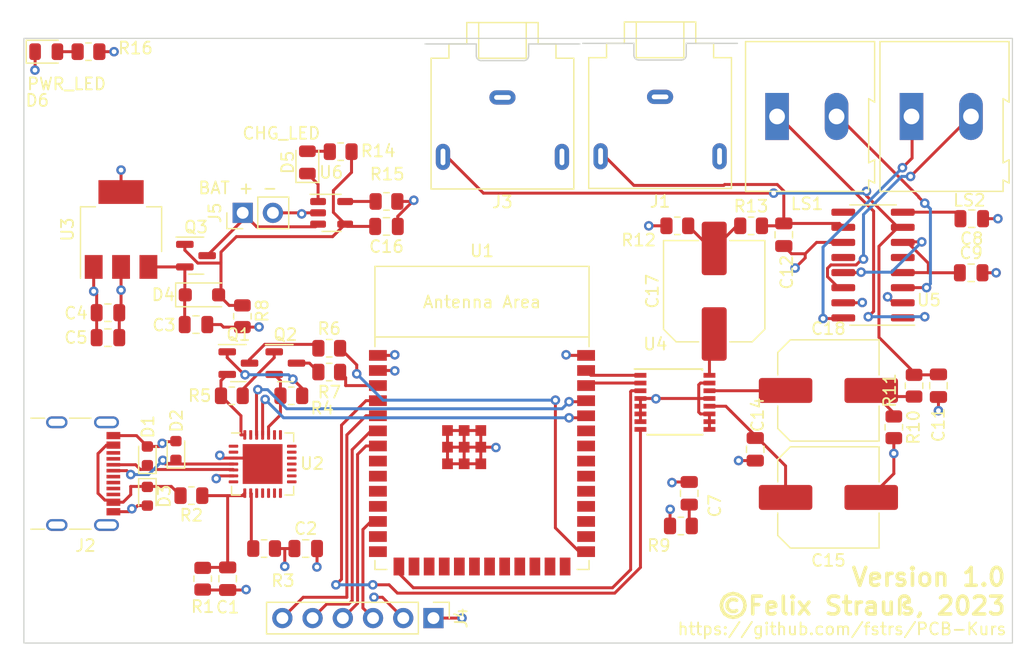
<source format=kicad_pcb>
(kicad_pcb (version 20221018) (generator pcbnew)
  (layers (0 "F.Cu" signal) (1 "In1.Cu" signal) (2 "In2.Cu" signal) (31 "B.Cu" signal) (34 "B.Paste" user) (35 "F.Paste" user) (36 "B.SilkS" user "B.Silkscreen") (37 "F.SilkS" user "F.Silkscreen") (38 "B.Mask" user) (39 "F.Mask" user) (44 "Edge.Cuts" user))
  (net 0 "")
  (net 1 "GND")
  (net 2 "Net-(U2-VBUS)")
  (net 3 "+3.3V")
  (net 4 "Net-(D4-K)")
  (net 5 "Net-(U5-VREF)")
  (net 6 "Net-(U5-VDD)")
  (net 7 "Net-(U5-INL)")
  (net 8 "Net-(U5-INR)")
  (net 9 "Net-(U4-Vref(DAC))")
  (net 10 "VBUS")
  (net 11 "Net-(U4-VOUTR)")
  (net 12 "Net-(C17-Pad2)")
  (net 13 "Net-(U4-VOUTL)")
  (net 14 "Net-(C18-Pad2)")
  (net 15 "Net-(D1-A1)")
  (net 16 "Net-(D2-A1)")
  (net 17 "Net-(D3-A1)")
  (net 18 "Net-(D5-K)")
  (net 19 "Net-(D5-A)")
  (net 20 "Net-(D6-A)")
  (net 21 "Net-(Q1-B)")
  (net 22 "Net-(Q1-E)")
  (net 23 "Net-(Q1-C)")
  (net 24 "Net-(Q2-B)")
  (net 25 "Net-(Q2-E)")
  (net 26 "Net-(Q2-C)")
  (net 27 "+BATT")
  (net 28 "Net-(U2-~{RST})")
  (net 29 "/GPIO0")
  (net 30 "/EN")
  (net 31 "Net-(U6-PROG)")
  (net 32 "Net-(U1-GPIO4{slash}TOUCH4{slash}ADC1_CH3)")
  (net 33 "Net-(J4-Pin_6)")
  (net 34 "Net-(J4-Pin_5)")
  (net 35 "Net-(J4-Pin_4)")
  (net 40 "Net-(J4-Pin_3)")
  (net 43 "Net-(U1-GPIO3{slash}TOUCH3{slash}ADC1_CH2)")
  (net 63 "/rxd")
  (net 64 "/txd")
  (net 65 "Net-(U1-GPIO2{slash}TOUCH2{slash}ADC1_CH1)")
  (net 66 "Net-(U1-GPIO1{slash}TOUCH1{slash}ADC1_CH0)")
  (net 84 "Net-(U5-LOUT+)")
  (net 85 "Net-(U5-LOUT-)")
  (net 89 "Net-(U5-ROUT-)")
  (net 90 "Net-(U5-ROUT+)")
  (net 91 "Net-(C7-Pad2)")
  (footprint "LED_SMD:LED_0805_2012Metric" (layer "F.Cu") (at 78.8 31.6)
    (fp_text reference "D6")
    (fp_text value "PWR_LED")
  )
  (footprint "Capacitor_SMD:C_0805_2012Metric" (layer "F.Cu") (at 138.4 65.05 -90)
    (fp_text reference "C14")
    (fp_text value "100nF")
  )
  (footprint "Diode_SMD:D_0603_1608Metric" (layer "F.Cu") (at 87.3 65.6 90)
    (fp_text reference "D1")
    (fp_text value "D_TVS" hide)
  )
  (footprint "Capacitor_SMD:C_0805_2012Metric" (layer "F.Cu") (at 83.98775 53.55775 180)
    (fp_text reference "C4")
    (fp_text value "10u")
  )
  (footprint "Resistor_SMD:R_0805_2012Metric" (layer "F.Cu") (at 132.15 71.5)
    (fp_text reference "R9")
    (fp_text value "1")
  )
  (footprint "Diode_SMD:D_0603_1608Metric" (layer "F.Cu") (at 87.3 69 -90)
    (fp_text reference "D3")
    (fp_text value "D_TVS" hide)
  )
  (footprint "Resistor_SMD:R_0805_2012Metric" (layer "F.Cu") (at 150.05 63.2 -90)
    (fp_text reference "R10")
    (fp_text value "220")
  )
  (footprint "Capacitor_SMD:C_0805_2012Metric" (layer "F.Cu") (at 153.8 59.7 -90)
    (fp_text reference "C11")
    (fp_text value "10nF")
  )
  (footprint "Capacitor_SMD:C_0805_2012Metric" (layer "F.Cu") (at 107.4 46.3)
    (fp_text reference "C16")
    (fp_text value "10µF")
  )
  (footprint "Package_TO_SOT_SMD:SOT-223-3_TabPin2" (layer "F.Cu") (at 85.08775 46.55775 90)
    (fp_text reference "U3")
    (fp_text value "NCP1117-3.3_SOT223")
  )
  (footprint "Package_TO_SOT_SMD:SOT-23" (layer "F.Cu") (at 94.95025 57.8)
    (fp_text reference "Q1")
    (fp_text value "BC817")
  )
  (footprint "Package_SO:SOP-16_3.9x9.9mm_P1.27mm" (layer "F.Cu") (at 148.3 49.55 180)
    (fp_text reference "U5")
    (fp_text value "PAM8403D")
  )
  (footprint "Connector_Audio:Jack_3.5mm_CUI_SJ1-3523N_Horizontal" (layer "F.Cu") (at 130.4 35.4 180)
    (fp_text reference "J1")
    (fp_text value "AudioJack Right")
    (fp_line (start -2.2 3.5) (end -2.2 4.5) (stroke (width 0.12)) (layer "Edge.Cuts"))
    (fp_line (start -2.2 4.5) (end -6.5 4.5) (stroke (width 0.12)) (layer "Edge.Cuts"))
    (fp_line (start 1.8 3.1) (end -1.8 3.1) (stroke (width 0.12)) (layer "Edge.Cuts"))
    (fp_line (start 2.2 3.5) (end 2.2 4.5) (stroke (width 0.12)) (layer "Edge.Cuts"))
    (fp_line (start 2.2 4.5) (end 6.5 4.5) (stroke (width 0.12)) (layer "Edge.Cuts"))
    (fp_arc (start -2.2 3.5) (mid -2.082842 3.217158) (end -1.8 3.1) (stroke (width 0.12)) (layer "Edge.Cuts"))
    (fp_arc (start 1.8 3.1) (mid 2.082843 3.217157) (end 2.2 3.5) (stroke (width 0.12)) (layer "Edge.Cuts"))
  )
  (footprint "Resistor_SMD:R_0805_2012Metric" (layer "F.Cu") (at 99.4 60.55)
    (fp_text reference "R4")
    (fp_text value "10K")
  )
  (footprint "Connector_PinHeader_2.54mm:PinHeader_1x06_P2.54mm_Vertical" (layer "F.Cu") (at 111.35 79.25 -90)
    (fp_text reference "J4")
    (fp_text value "6PIN DISPLAY CONNECTOR")
  )
  (footprint "Capacitor_SMD:C_0805_2012Metric" (layer "F.Cu") (at 91.38775 54.55775)
    (fp_text reference "C3")
    (fp_text value "10u")
  )
  (footprint "Resistor_SMD:R_0805_2012Metric" (layer "F.Cu") (at 91 68.95 180)
    (fp_text reference "R2")
    (fp_text value "22K")
  )
  (footprint "Espressif:ESP32-S3-WROOM-1" (layer "F.Cu") (at 115.43 65.41)
    (fp_text reference "U1")
    (fp_text value "ESP32-S3-WROOM-1")
  )
  (footprint "Connector_PinHeader_2.54mm:PinHeader_1x02_P2.54mm_Vertical" (layer "F.Cu") (at 95.31275 45.15775 90)
    (fp_text reference "J5")
    (fp_text value "CONN BAT")
  )
  (footprint "Diode_SMD:D_0603_1608Metric" (layer "F.Cu") (at 89.7 65.15 90)
    (fp_text reference "D2")
    (fp_text value "D_TVS")
  )
  (footprint "Resistor_SMD:R_0805_2012Metric" (layer "F.Cu") (at 131.85 46.25)
    (fp_text reference "R12")
    (fp_text value "220")
  )
  (footprint "Package_TO_SOT_SMD:SOT-23" (layer "F.Cu") (at 91.38775 48.75775)
    (fp_text reference "Q3")
    (fp_text value "BSS84")
  )
  (footprint "Capacitor_SMD:C_0805_2012Metric" (layer "F.Cu") (at 100.6125 73.4)
    (fp_text reference "C2")
    (fp_text value "10u")
  )
  (footprint "Package_DFN_QFN:QFN-28-1EP_5x5mm_P0.5mm_EP3.35x3.35mm" (layer "F.Cu") (at 96.98775 66.28775)
    (fp_text reference "U2")
    (fp_text value "CP2102N-Axx-xQFN28")
  )
  (footprint "Connector_USB:USB_C_Receptacle_GCT_USB4105-xx-A_16P_TopMnt_Horizontal" (layer "F.Cu") (at 80.76 67.1 -90)
    (fp_text reference "J2")
    (fp_text value "USB_C_Receptacle_USB2.0")
  )
  (footprint "Resistor_SMD:R_0805_2012Metric" (layer "F.Cu") (at 102.58775 56.55)
    (fp_text reference "R6")
    (fp_text value "R")
  )
  (footprint "Package_SO:SSOP-16_4.4x5.2mm_P0.65mm" (layer "F.Cu") (at 131.65 61.1)
    (fp_text reference "U4")
    (fp_text value "UDA1334ATS")
  )
  (footprint "Resistor_SMD:R_0805_2012Metric" (layer "F.Cu") (at 97.1125 73.4 180)
    (fp_text reference "R3")
    (fp_text value "1K")
  )
  (footprint "Resistor_SMD:R_0805_2012Metric" (layer "F.Cu") (at 103.55 40.0125 180)
    (fp_text reference "R14")
    (fp_text value "470")
  )
  (footprint "LED_SMD:LED_0805_2012Metric" (layer "F.Cu") (at 100.75 40.9125 90)
    (fp_text reference "D5")
    (fp_text value "LED")
  )
  (footprint "Capacitor_SMD:C_0805_2012Metric" (layer "F.Cu") (at 83.98775 55.65775 180)
    (fp_text reference "C5")
    (fp_text value "1u")
  )
  (footprint "Resistor_SMD:R_0805_2012Metric" (layer "F.Cu") (at 94.4 60.55)
    (fp_text reference "R5")
    (fp_text value "10K")
  )
  (footprint "Capacitor_SMD:C_Elec_8x10.2" (layer "F.Cu") (at 144.55 60.1)
    (fp_text reference "C18")
    (fp_text value "47µF")
  )
  (footprint "TerminalBlock:TerminalBlock_Altech_AK300-2_P5.00mm" (layer "F.Cu") (at 140.235 37.05)
    (fp_text reference "LS1")
    (fp_text value "Speaker Left")
  )
  (footprint "Capacitor_SMD:C_Elec_8x10.2" (layer "F.Cu") (at 144.55 69.1)
    (fp_text reference "C15")
    (fp_text value "47µF")
  )
  (footprint "Capacitor_SMD:C_0805_2012Metric" (layer "F.Cu") (at 94.05 75.9375 90)
    (fp_text reference "C1")
    (fp_text value "1u" hide)
  )
  (footprint "Resistor_SMD:R_0805_2012Metric" (layer "F.Cu") (at 82.35 31.6)
    (fp_text reference "R16")
    (fp_text value "10K")
  )
  (footprint "TerminalBlock:TerminalBlock_Altech_AK300-2_P5.00mm" (layer "F.Cu") (at 151.535 37.05)
    (fp_text reference "LS2")
    (fp_text value "Speaker Right")
  )
  (footprint "Resistor_SMD:R_0805_2012Metric" (layer "F.Cu") (at 95.28775 53.85775 -90)
    (fp_text reference "R8")
    (fp_text value "10K")
  )
  (footprint "Resistor_SMD:R_0805_2012Metric" (layer "F.Cu") (at 107.4 44.2)
    (fp_text reference "R15")
    (fp_text value "2K")
  )
  (footprint "Capacitor_SMD:C_0805_2012Metric" (layer "F.Cu") (at 132.85 68.75 -90)
    (fp_text reference "C7")
    (fp_text value "10µF")
  )
  (footprint "Capacitor_SMD:C_0805_2012Metric" (layer "F.Cu") (at 156.6 45.65 180)
    (fp_text reference "C8")
    (fp_text value "100nF")
  )
  (footprint "Capacitor_SMD:C_0805_2012Metric" (layer "F.Cu") (at 156.55 50.2)
    (fp_text reference "C9")
    (fp_text value "10µF")
  )
  (footprint "Package_TO_SOT_SMD:SOT-23-5" (layer "F.Cu") (at 102.78775 45.15775)
    (fp_text reference "U6")
    (fp_text value "MCP73831-3-OT")
  )
  (footprint "Diode_SMD:D_SOD-123F" (layer "F.Cu") (at 91.88775 52.05775)
    (fp_text reference "D4")
    (fp_text value "SS34FA")
  )
  (footprint "Resistor_SMD:R_0805_2012Metric" (layer "F.Cu") (at 138.05 46.25)
    (fp_text reference "R13")
    (fp_text value "100")
  )
  (footprint "Capacitor_SMD:C_0805_2012Metric" (layer "F.Cu") (at 140.8 47 90)
    (fp_text reference "C12")
    (fp_text value "10nF")
  )
  (footprint "Resistor_SMD:R_0805_2012Metric" (layer "F.Cu") (at 151.75 59.7 90)
    (fp_text reference "R11")
    (fp_text value "100")
  )
  (footprint "Resistor_SMD:R_0805_2012Metric" (layer "F.Cu") (at 91.95 75.9375 -90)
    (fp_text reference "R1")
    (fp_text value "47K")
  )
  (footprint "Capacitor_SMD:C_Elec_8x10.2" (layer "F.Cu") (at 134.95 51.75 90)
    (fp_text reference "C17")
    (fp_text value "47µF")
  )
  (footprint "Resistor_SMD:R_0805_2012Metric" (layer "F.Cu") (at 102.58775 58.55)
    (fp_text reference "R7")
    (fp_text value "R")
  )
  (footprint "Connector_Audio:Jack_3.5mm_CUI_SJ1-3523N_Horizontal" (layer "F.Cu") (at 117.15 35.45 180)
    (fp_text reference "J3")
    (fp_text value "AudioJack Left")
    (fp_line (start -2.2 3.5) (end -2.2 4.5) (stroke (width 0.12)) (layer "Edge.Cuts"))
    (fp_line (start -2.2 4.5) (end -6.5 4.5) (stroke (width 0.12)) (layer "Edge.Cuts"))
    (fp_line (start 1.8 3.1) (end -1.8 3.1) (stroke (width 0.12)) (layer "Edge.Cuts"))
    (fp_line (start 2.2 3.5) (end 2.2 4.5) (stroke (width 0.12)) (layer "Edge.Cuts"))
    (fp_line (start 2.2 4.5) (end 6.5 4.5) (stroke (width 0.12)) (layer "Edge.Cuts"))
    (fp_arc (start -2.2 3.5) (mid -2.082842 3.217158) (end -1.8 3.1) (stroke (width 0.12)) (layer "Edge.Cuts"))
    (fp_arc (start 1.8 3.1) (mid 2.082843 3.217157) (end 2.2 3.5) (stroke (width 0.12)) (layer "Edge.Cuts"))
  )
  (footprint "Package_TO_SOT_SMD:SOT-23" (layer "F.Cu") (at 98.90025 57.8)
    (fp_text reference "Q2")
    (fp_text value "BC817")
  )
  (gr_rect (start 76.92 30.48) (end 160.02 81.35) (stroke (width 0.1)) (fill none) (layer "Edge.Cuts"))
  (gr_text "BAT + -" (at 91.5 43.65) (layer "F.SilkS") (effects (font (size 1 1)) (justify left bottom)))
  (gr_text "Version 1.0\n©Felix Strauß, 2023" (at 159.6 79.1) (layer "F.SilkS") (effects (font (size 1.5 1.5) (thickness 0.3) bold) (justify right bottom)))
  (gr_text "PWR_LED" (at 77.1 34.9) (layer "F.SilkS") (effects (font (size 1 1)) (justify left bottom)))
  (gr_text "CHG_LED" (at 95.2 39.05) (layer "F.SilkS") (effects (font (size 1 1)) (justify left bottom)))
  (gr_text "https://github.com/fstrs/PCB-Kurs" (at 159.6 80.75) (layer "F.SilkS") (effects (font (size 1 1)) (justify right bottom)))
  (segment (start 77.8625 33.1375) (end 77.85 33.15) (width 0.25) (layer "F.Cu") (net 1))
  (segment (start 134.55 62.075) (end 133.8 62.075) (width 0.25) (layer "F.Cu") (net 1))
  (segment (start 153.8 60.65) (end 153.8 61.8) (width 0.25) (layer "F.Cu") (net 1))
  (segment (start 113.93 64.87) (end 113.93 63.47) (width 0.25) (layer "F.Cu") (net 1))
  (segment (start 132.85 67.8) (end 131.45 67.8) (width 0.25) (layer "F.Cu") (net 1))
  (segment (start 84.44 70.3) (end 85.75 70.3) (width 0.25) (layer "F.Cu") (net 1))
  (segment (start 112.53 64.87) (end 113.93 64.87) (width 0.25) (layer "F.Cu") (net 1))
  (segment (start 85.75 70.3) (end 86 70.05) (width 0.25) (layer "F.Cu") (net 1))
  (segment (start 134.55 63.375) (end 134.55 62.725) (width 0.25) (layer "F.Cu") (net 1))
  (segment (start 122.55 57.15) (end 122.5 57.1) (width 0.25) (layer "F.Cu") (net 1))
  (segment (start 100.28775 45.15775) (end 100.28775 45.233152) (width 0.25) (layer "F.Cu") (net 1))
  (segment (start 83.03775 55.65775) (end 83.03775 53.55775) (width 0.25) (layer "F.Cu") (net 1))
  (segment (start 109.6 44.2) (end 109.7 44.1) (width 0.25) (layer "F.Cu") (net 1))
  (segment (start 89.7 64.4125) (end 88.6875 64.4125) (width 0.25) (layer "F.Cu") (net 1))
  (segment (start 116.57 64.87) (end 116.6 64.9) (width 0.25) (layer "F.Cu") (net 1))
  (segment (start 101.5625 74.9375) (end 101.55 74.95) (width 0.25) (layer "F.Cu") (net 1))
  (segment (start 128.75 62.725) (end 128.75 62.075) (width 0.25) (layer "F.Cu") (net 1))
  (segment (start 93.38775 65.56325) (end 93.38775 65.55775) (width 0.25) (layer "F.Cu") (net 1))
  (segment (start 112.53 64.87) (end 112.53 66.27) (width 0.25) (layer "F.Cu") (net 1))
  (segment (start 87.3 69.7875) (end 86.4875 69.7875) (width 0.25) (layer "F.Cu") (net 1))
  (segment (start 94.05 76.8875) (end 95.5625 76.8875) (width 0.25) (layer "F.Cu") (net 1))
  (segment (start 92.33775 54.55775) (end 93.48775 54.55775) (width 0.25) (layer "F.Cu") (net 1))
  (segment (start 113.93 66.27) (end 115.33 66.27) (width 0.25) (layer "F.Cu") (net 1))
  (segment (start 88.6875 64.4125) (end 88.55 64.55) (width 0.25) (layer "F.Cu") (net 1))
  (segment (start 108.05 57.15) (end 108.1 57.1) (width 0.25) (layer "F.Cu") (net 1))
  (segment (start 100.28775 45.233152) (end 100.275451 45.245451) (width 0.25) (layer "F.Cu") (net 1))
  (segment (start 128.75 62.075) (end 128.75 61.425) (width 0.25) (layer "F.Cu") (net 1))
  (segment (start 101.65025 45.15775) (end 100.363152 45.15775) (width 0.25) (layer "F.Cu") (net 1))
  (segment (start 130.9375 46.25) (end 129.45 46.25) (width 0.25) (layer "F.Cu") (net 1))
  (segment (start 128.75 60.775) (end 130.025 60.775) (width 0.25) (layer "F.Cu") (net 1))
  (segment (start 113.93 64.87) (end 115.33 64.87) (width 0.25) (layer "F.Cu") (net 1))
  (segment (start 130.075 60.775) (end 130.05 60.8) (width 0.25) (layer "F.Cu") (net 1))
  (segment (start 108.35 46.3) (end 108.35 45.45) (width 0.25) (layer "F.Cu") (net 1))
  (segment (start 115.33 66.27) (end 115.33 64.87) (width 0.25) (layer "F.Cu") (net 1))
  (segment (start 138.4 66) (end 137 66) (width 0.25) (layer "F.Cu") (net 1))
  (segment (start 86.225 70.05) (end 86.4875 69.7875) (width 0.25) (layer "F.Cu") (net 1))
  (segment (start 133.65 60.775) (end 130.075 60.775) (width 0.25) (layer "F.Cu") (net 1))
  (segment (start 96.48775 65.78775) (end 96.98775 66.28775) (width 0.25) (layer "F.Cu") (net 1))
  (segment (start 77.8625 31.6) (end 77.8625 33.1375) (width 0.25) (layer "F.Cu") (net 1))
  (segment (start 141.45 48.6) (end 142.6 48.6) (width 0.25) (layer "F.Cu") (net 1))
  (segment (start 94.05 76.8875) (end 91.9875 76.8875) (width 0.25) (layer "F.Cu") (net 1))
  (segment (start 145.8 52.725) (end 147.375 52.725) (width 0.25) (layer "F.Cu") (net 1))
  (segment (start 134.55 60.775) (end 133.65 60.775) (width 0.25) (layer "F.Cu") (net 1))
  (segment (start 142.6 48.6) (end 142.6 48.95) (width 0.25) (layer "F.Cu") (net 1))
  (segment (start 95.5625 76.8875) (end 95.6 76.85) (width 0.25) (layer "F.Cu") (net 1))
  (segment (start 93.70025 54.77025) (end 93.48775 54.55775) (width 0.25) (layer "F.Cu") (net 1))
  (segment (start 133.65 61.925) (end 133.65 60.775) (width 0.25) (layer "F.Cu") (net 1))
  (segment (start 106.68 57.15) (end 108.05 57.15) (width 0.25) (layer "F.Cu") (net 1))
  (segment (start 94.53775 65.78775) (end 93.61225 65.78775) (width 0.25) (layer "F.Cu") (net 1))
  (segment (start 93.61225 65.78775) (end 93.38775 65.56325) (width 0.25) (layer "F.Cu") (net 1))
  (segment (start 86 70.05) (end 86.225 70.05) (width 0.25) (layer "F.Cu") (net 1))
  (segment (start 150.027491 52.725) (end 149.5245 52.222009) (width 0.25) (layer "F.Cu") (net 1))
  (segment (start 83.03775 53.55775) (end 83.03775 52.00775) (width 0.25) (layer "F.Cu") (net 1))
  (segment (start 128.75 61.425) (end 128.75 60.775) (width 0.25) (layer "F.Cu") (net 1))
  (segment (start 133.8 62.075) (end 133.65 61.925) (width 0.25) (layer "F.Cu") (net 1))
  (segment (start 133.65 59.625) (end 133.65 60.775) (width 0.25) (layer "F.Cu") (net 1))
  (segment (start 95.28775 54.77025) (end 96.67525 54.77025) (width 0.25) (layer "F.Cu") (net 1))
  (segment (start 150.05 67.1) (end 150.05 65.4) (width 0.25) (layer "F.Cu") (net 1))
  (segment (start 115.33 64.87) (end 116.57 64.87) (width 0.25) (layer "F.Cu") (net 1))
  (segment (start 108.35 45.45) (end 109.7 44.1) (width 0.25) (layer "F.Cu") (net 1))
  (segment (start 88.2875 64.8125) (end 88.55 64.55) (width 0.25) (layer "F.Cu") (net 1))
  (segment (start 134.55 62.075) (end 134.55 62.725) (width 0.25) (layer "F.Cu") (net 1))
  (segment (start 84.44 63.9) (end 86.3875 63.9) (width 0.25) (layer "F.Cu") (net 1))
  (segment (start 140.8 47.95) (end 141.45 48.6) (width 0.25) (layer "F.Cu") (net 1))
  (segment (start 101.5625 73.4) (end 101.5625 74.9375) (width 0.25) (layer "F.Cu") (net 1))
  (segment (start 87.3 64.8125) (end 88.2875 64.8125) (width 0.25) (layer "F.Cu") (net 1))
  (segment (start 86.3875 63.9) (end 87.3 64.8125) (width 0.25) (layer "F.Cu") (net 1))
  (segment (start 115.33 64.87) (end 115.33 63.47) (width 0.25) (layer "F.Cu") (net 1))
  (segment (start 134.55 59.475) (end 133.8 59.475) (width 0.25) (layer "F.Cu") (net 1))
  (segment (start 124.18 57.15) (end 122.55 57.15) (width 0.25) (layer "F.Cu") (net 1))
  (segment (start 145.8 47.645) (end 143.555 47.645) (width 0.25) (layer "F.Cu") (net 1))
  (segment (start 143.555 47.645) (end 142.6 48.6) (width 0.25) (layer "F.Cu") (net 1))
  (segment (start 94.53775 65.78775) (end 96.48775 65.78775) (width 0.25) (layer "F.Cu") (net 1))
  (segment (start 108.3125 44.2) (end 109.6 44.2) (width 0.25) (layer "F.Cu") (net 1))
  (segment (start 148.15 69) (end 150.05 67.1) (width 0.25) (layer "F.Cu") (net 1))
  (segment (start 83.03775 52.00775) (end 82.78775 51.75775) (width 0.25) (layer "F.Cu") (net 1))
  (segment (start 82.78775 49.70775) (end 82.78775 51.75775) (width 0.25) (layer "F.Cu") (net 1))
  (segment (start 150.8 52.725) (end 150.027491 52.725) (width 0.25) (layer "F.Cu") (net 1))
  (segment (start 142.6 48.95) (end 141.75 49.8) (width 0.25) (layer "F.Cu") (net 1))
  (segment (start 133.8 59.475) (end 133.65 59.625) (width 0.25) (layer "F.Cu") (net 1))
  (segment (start 113.93 63.47) (end 112.53 63.47) (width 0.25) (layer "F.Cu") (net 1))
  (segment (start 111.35 79.25) (end 113.75 79.25) (width 0.25) (layer "F.Cu") (net 1))
  (segment (start 112.53 66.27) (end 113.93 66.27) (width 0.25) (layer "F.Cu") (net 1))
  (segment (start 131.45 67.8) (end 131.4 67.85) (width 0.25) (layer "F.Cu") (net 1))
  (segment (start 96.67525 54.77025) (end 96.68775 54.75775) (width 0.25) (layer "F.Cu") (net 1))
  (segment (start 150.05 64.1125) (end 150.05 65.4) (width 0.25) (layer "F.Cu") (net 1))
  (segment (start 115.33 63.47) (end 113.93 63.47) (width 0.25) (layer "F.Cu") (net 1))
  (segment (start 147.375 52.725) (end 147.4 52.7) (width 0.25) (layer "F.Cu") (net 1))
  (segment (start 95.28775 54.77025) (end 93.70025 54.77025) (width 0.25) (layer "F.Cu") (net 1))
  (segment (start 113.93 66.27) (end 113.93 64.87) (width 0.25) (layer "F.Cu") (net 1))
  (segment (start 130.025 60.775) (end 130.05 60.8) (width 0.25) (layer "F.Cu") (net 1))
  (segment (start 91.9875 76.8875) (end 91.95 76.85) (width 0.25) (layer "F.Cu") (net 1))
  (segment (start 157.55 45.65) (end 158.8 45.65) (width 0.25) (layer "F.Cu") (net 1))
  (segment (start 112.53 63.47) (end 112.53 64.87) (width 0.25) (layer "F.Cu") (net 1))
  (segment (start 97.85275 45.15775) (end 100.28775 45.15775) (width 0.25) (layer "F.Cu") (net 1))
  (segment (start 100.363152 45.15775) (end 100.275451 45.245451) (width 0.25) (layer "F.Cu") (net 1))
  (via (at 137 66) (size 0.8) (drill 0.4) (layers "F.Cu" "B.Cu") (net 1))
  (via (at 147.4 52.7) (size 0.8) (drill 0.4) (layers "F.Cu" "B.Cu") (net 1))
  (via (at 82.78775 51.75775) (size 0.8) (drill 0.4) (layers "F.Cu" "B.Cu") (net 1))
  (via (at 158.8 45.65) (size 0.8) (drill 0.4) (layers "F.Cu" "B.Cu") (net 1))
  (via (at 122.5 57.1) (size 0.8) (drill 0.4) (layers "F.Cu" "B.Cu") (net 1))
  (via (at 153.8 61.8) (size 0.8) (drill 0.4) (layers "F.Cu" "B.Cu") (net 1))
  (via (at 150.05 65.4) (size 0.8) (drill 0.4) (layers "F.Cu" "B.Cu") (net 1))
  (via (at 113.75 79.25) (size 0.8) (drill 0.4) (layers "F.Cu" "B.Cu") (net 1))
  (via (at 131.4 67.85) (size 0.8) (drill 0.4) (layers "F.Cu" "B.Cu") (net 1))
  (via (at 149.5245 52.222009) (size 0.8) (drill 0.4) (layers "F.Cu" "B.Cu") (net 1))
  (via (at 96.68775 54.75775) (size 0.8) (drill 0.4) (layers "F.Cu" "B.Cu") (net 1))
  (via (at 129.45 46.25) (size 0.8) (drill 0.4) (layers "F.Cu" "B.Cu") (net 1))
  (via (at 108.1 57.1) (size 0.8) (drill 0.4) (layers "F.Cu" "B.Cu") (net 1))
  (via (at 86 70.05) (size 0.8) (drill 0.4) (layers "F.Cu" "B.Cu") (net 1))
  (via (at 101.55 74.95) (size 0.8) (drill 0.4) (layers "F.Cu" "B.Cu") (net 1))
  (via (at 109.7 44.1) (size 0.8) (drill 0.4) (layers "F.Cu" "B.Cu") (net 1))
  (via (at 100.275451 45.245451) (size 0.8) (drill 0.4) (layers "F.Cu" "B.Cu") (net 1))
  (via (at 116.6 64.9) (size 0.8) (drill 0.4) (layers "F.Cu" "B.Cu") (net 1))
  (via (at 77.85 33.15) (size 0.8) (drill 0.4) (layers "F.Cu" "B.Cu") (net 1))
  (via (at 141.75 49.8) (size 0.8) (drill 0.4) (layers "F.Cu" "B.Cu") (net 1))
  (via (at 130.05 60.8) (size 0.8) (drill 0.4) (layers "F.Cu" "B.Cu") (net 1))
  (via (at 88.55 64.55) (size 0.8) (drill 0.4) (layers "F.Cu" "B.Cu") (net 1))
  (via (at 95.6 76.85) (size 0.8) (drill 0.4) (layers "F.Cu" "B.Cu") (net 1))
  (via (at 93.38775 65.55775) (size 0.8) (drill 0.4) (layers "F.Cu" "B.Cu") (net 1))
  (segment (start 91.9875 74.9875) (end 91.95 75.025) (width 0.25) (layer "F.Cu") (net 2))
  (segment (start 94.05 68.95) (end 95.2755 68.95) (width 0.25) (layer "F.Cu") (net 2))
  (segment (start 94.05 74.9875) (end 91.9875 74.9875) (width 0.25) (layer "F.Cu") (net 2))
  (segment (start 95.2755 68.95) (end 95.48775 68.73775) (width 0.25) (layer "F.Cu") (net 2))
  (segment (start 94.05 74.9875) (end 94.05 68.95) (width 0.25) (layer "F.Cu") (net 2))
  (segment (start 91.9125 68.95) (end 94.05 68.95) (width 0.25) (layer "F.Cu") (net 2))
  (segment (start 93.31225 67.28775) (end 93.08775 67.51225) (width 0.25) (layer "F.Cu") (net 3))
  (segment (start 85.08775 53.40775) (end 84.93775 53.55775) (width 0.25) (layer "F.Cu") (net 3))
  (segment (start 98.85 73.4) (end 98.85 74.9) (width 0.25) (layer "F.Cu") (net 3))
  (segment (start 85.08775 51.65775) (end 85.08775 53.40775) (width 0.25) (layer "F.Cu") (net 3))
  (segment (start 108.07 58.42) (end 108.1 58.45) (width 0.25) (layer "F.Cu") (net 3))
  (segment (start 131.2375 70.1125) (end 131.25 70.1) (width 0.25) (layer "F.Cu") (net 3))
  (segment (start 84.93775 53.55775) (end 84.93775 55.65775) (width 0.25) (layer "F.Cu") (net 3))
  (segment (start 98.025 73.4) (end 98.85 73.4) (width 0.25) (layer "F.Cu") (net 3))
  (segment (start 106.68 58.42) (end 108.07 58.42) (width 0.25) (layer "F.Cu") (net 3))
  (segment (start 85.08775 49.70775) (end 85.08775 51.65775) (width 0.25) (layer "F.Cu") (net 3))
  (segment (start 107.06 77.5) (end 106.35 77.5) (width 0.25) (layer "F.Cu") (net 3))
  (segment (start 108.81 79.25) (end 107.06 77.5) (width 0.25) (layer "F.Cu") (net 3))
  (segment (start 98.85 73.4) (end 99.6625 73.4) (width 0.25) (layer "F.Cu") (net 3))
  (segment (start 83.2625 31.6) (end 84.5 31.6) (width 0.25) (layer "F.Cu") (net 3))
  (segment (start 85.08775 43.40775) (end 85.08775 41.55775) (width 0.25) (layer "F.Cu") (net 3))
  (segment (start 131.2375 71.5) (end 131.2375 70.1125) (width 0.25) (layer "F.Cu") (net 3))
  (segment (start 94.53775 67.28775) (end 93.31225 67.28775) (width 0.25) (layer "F.Cu") (net 3))
  (segment (start 157.5 50.2) (end 158.65 50.2) (width 0.25) (layer "F.Cu") (net 3))
  (via (at 108.1 58.45) (size 0.8) (drill 0.4) (layers "F.Cu" "B.Cu") (net 3))
  (via (at 98.85 74.9) (size 0.8) (drill 0.4) (layers "F.Cu" "B.Cu") (net 3))
  (via (at 85.08775 51.65775) (size 0.8) (drill 0.4) (layers "F.Cu" "B.Cu") (net 3))
  (via (at 93.08775 67.51225) (size 0.8) (drill 0.4) (layers "F.Cu" "B.Cu") (net 3))
  (via (at 106.35 77.5) (size 0.8) (drill 0.4) (layers "F.Cu" "B.Cu") (net 3))
  (via (at 85.08775 41.55775) (size 0.8) (drill 0.4) (layers "F.Cu" "B.Cu") (net 3))
  (via (at 131.25 70.1) (size 0.8) (drill 0.4) (layers "F.Cu" "B.Cu") (net 3))
  (via (at 84.5 31.6) (size 0.8) (drill 0.4) (layers "F.Cu" "B.Cu") (net 3))
  (via (at 158.65 50.2) (size 0.8) (drill 0.4) (layers "F.Cu" "B.Cu") (net 3))
  (segment (start 90.45025 52.02025) (end 90.48775 52.05775) (width 0.25) (layer "F.Cu") (net 4))
  (segment (start 87.38775 49.70775) (end 90.45025 49.70775) (width 0.25) (layer "F.Cu") (net 4))
  (segment (start 90.48775 52.05775) (end 90.43775 52.10775) (width 0.25) (layer "F.Cu") (net 4))
  (segment (start 90.45025 49.70775) (end 90.45025 52.02025) (width 0.25) (layer "F.Cu") (net 4))
  (segment (start 90.43775 52.10775) (end 90.43775 54.55775) (width 0.25) (layer "F.Cu") (net 4))
  (segment (start 150.8 45.105) (end 150.805 45.1) (width 0.25) (layer "F.Cu") (net 5))
  (segment (start 150.805 45.1) (end 155.65 45.1) (width 0.25) (layer "F.Cu") (net 5))
  (segment (start 150.8 50.185) (end 152.935 50.185) (width 0.25) (layer "F.Cu") (net 6))
  (segment (start 150.845 47.6) (end 150.8 47.645) (width 0.25) (layer "F.Cu") (net 6))
  (segment (start 151.201751 47.645) (end 152.95 49.393249) (width 0.25) (layer "F.Cu") (net 6))
  (segment (start 150.8 47.645) (end 151.201751 47.645) (width 0.25) (layer "F.Cu") (net 6))
  (segment (start 145.8 50.185) (end 147.265 50.185) (width 0.25) (layer "F.Cu") (net 6))
  (segment (start 152.935 50.185) (end 152.95 50.2) (width 0.25) (layer "F.Cu") (net 6))
  (segment (start 152.4 47.6) (end 150.845 47.6) (width 0.25) (layer "F.Cu") (net 6))
  (segment (start 147.265 50.185) (end 147.3 50.15) (width 0.25) (layer "F.Cu") (net 6))
  (segment (start 152.95 49.393249) (end 152.95 50.2) (width 0.25) (layer "F.Cu") (net 6))
  (segment (start 152.95 50.2) (end 155.6 50.2) (width 0.25) (layer "F.Cu") (net 6))
  (via (at 152.4 47.6) (size 0.8) (drill 0.4) (layers "F.Cu" "B.Cu") (net 6))
  (via (at 147.3 50.15) (size 0.8) (drill 0.4) (layers "F.Cu" "B.Cu") (net 6))
  (segment (start 149.85 50.15) (end 152.4 47.6) (width 0.25) (layer "B.Cu") (net 6))
  (segment (start 147.3 50.15) (end 149.85 50.15) (width 0.25) (layer "B.Cu") (net 6))
  (segment (start 151.75 58.7875) (end 151.75 58.582125) (width 0.25) (layer "F.Cu") (net 7))
  (segment (start 112.1 40.05) (end 115.55 43.5) (width 0.25) (layer "F.Cu") (net 7))
  (segment (start 151.75 58.582125) (end 148.8 55.632125) (width 0.25) (layer "F.Cu") (net 7))
  (segment (start 147.75 43.726751) (end 150.398249 46.375) (width 0.25) (layer "F.Cu") (net 7))
  (segment (start 115.55 43.5) (end 139.95 43.5) (width 0.25) (layer "F.Cu") (net 7))
  (segment (start 151.75 58.7875) (end 153.5875 58.7875) (width 0.25) (layer "F.Cu") (net 7))
  (segment (start 153.5875 58.7875) (end 153.6 58.8) (width 0.25) (layer "F.Cu") (net 7))
  (segment (start 148.8 55.632125) (end 148.8 47.973249) (width 0.25) (layer "F.Cu") (net 7))
  (segment (start 147.75 43.35) (end 147.75 43.726751) (width 0.25) (layer "F.Cu") (net 7))
  (segment (start 148.8 47.973249) (end 150.398249 46.375) (width 0.25) (layer "F.Cu") (net 7))
  (segment (start 150.398249 46.375) (end 150.8 46.375) (width 0.25) (layer "F.Cu") (net 7))
  (via (at 147.75 43.35) (size 0.8) (drill 0.4) (layers "F.Cu" "B.Cu") (net 7))
  (via (at 139.95 43.5) (size 0.8) (drill 0.4) (layers "F.Cu" "B.Cu") (net 7))
  (segment (start 147.6 43.5) (end 147.75 43.35) (width 0.25) (layer "B.Cu") (net 7))
  (segment (start 139.95 43.5) (end 147.6 43.5) (width 0.25) (layer "B.Cu") (net 7))
  (segment (start 128.2 42.85) (end 125.35 40) (width 0.25) (layer "F.Cu") (net 8))
  (segment (start 140.6 46.25) (end 140.8 46.05) (width 0.25) (layer "F.Cu") (net 8))
  (segment (start 138.9625 46.25) (end 140.6 46.25) (width 0.25) (layer "F.Cu") (net 8))
  (segment (start 135.825 42.775) (end 135.75 42.85) (width 0.25) (layer "F.Cu") (net 8))
  (segment (start 140.8 43.324695) (end 140.250305 42.775) (width 0.25) (layer "F.Cu") (net 8))
  (segment (start 140.8 46.05) (end 140.8 43.324695) (width 0.25) (layer "F.Cu") (net 8))
  (segment (start 145.475 46.05) (end 145.8 46.375) (width 0.25) (layer "F.Cu") (net 8))
  (segment (start 135.75 42.85) (end 128.2 42.85) (width 0.25) (layer "F.Cu") (net 8))
  (segment (start 140.8 46.05) (end 145.475 46.05) (width 0.25) (layer "F.Cu") (net 8))
  (segment (start 140.250305 42.775) (end 135.825 42.775) (width 0.25) (layer "F.Cu") (net 8))
  (segment (start 140.95 66.45) (end 136.35 61.85) (width 0.25) (layer "F.Cu") (net 9))
  (segment (start 136.35 61.85) (end 135.925 61.425) (width 0.25) (layer "F.Cu") (net 9))
  (segment (start 140.95 69) (end 140.95 66.45) (width 0.25) (layer "F.Cu") (net 9))
  (segment (start 135.925 61.425) (end 134.55 61.425) (width 0.25) (layer "F.Cu") (net 9))
  (segment (start 102.93775 45.12025) (end 102.93775 43.277999) (width 0.25) (layer "F.Cu") (net 10))
  (segment (start 90.45025 47.80775) (end 90.45025 48.298499) (width 0.25) (layer "F.Cu") (net 10))
  (segment (start 102.93775 43.277999) (end 104.4625 41.753249) (width 0.25) (layer "F.Cu") (net 10))
  (segment (start 91.534501 49.38275) (end 93.46275 49.38275) (width 0.25) (layer "F.Cu") (net 10))
  (segment (start 94.17525 52.94525) (end 93.28775 52.05775) (width 0.25) (layer "F.Cu") (net 10))
  (segment (start 95.28775 52.94525) (end 94.17525 52.94525) (width 0.25) (layer "F.Cu") (net 10))
  (segment (start 94.78775 47.15775) (end 93.48775 48.45775) (width 0.25) (layer "F.Cu") (net 10))
  (segment (start 102.87525 47.15775) (end 94.78775 47.15775) (width 0.25) (layer "F.Cu") (net 10))
  (segment (start 90.45025 48.298499) (end 91.534501 49.38275) (width 0.25) (layer "F.Cu") (net 10))
  (segment (start 103.92525 46.10775) (end 102.93775 45.12025) (width 0.25) (layer "F.Cu") (net 10))
  (segment (start 93.46275 49.38275) (end 93.48775 49.35775) (width 0.25) (layer "F.Cu") (net 10))
  (segment (start 103.92525 46.10775) (end 102.87525 47.15775) (width 0.25) (layer "F.Cu") (net 10))
  (segment (start 106.45 46.3) (end 104.1175 46.3) (width 0.25) (layer "F.Cu") (net 10))
  (segment (start 93.48775 51.85775) (end 93.28775 52.05775) (width 0.25) (layer "F.Cu") (net 10))
  (segment (start 93.48775 49.35775) (end 93.48775 51.85775) (width 0.25) (layer "F.Cu") (net 10))
  (segment (start 104.1175 46.3) (end 103.92525 46.10775) (width 0.25) (layer "F.Cu") (net 10))
  (segment (start 104.4625 41.753249) (end 104.4625 40.0125) (width 0.25) (layer "F.Cu") (net 10))
  (segment (start 93.48775 48.45775) (end 93.48775 49.35775) (width 0.25) (layer "F.Cu") (net 10))
  (segment (start 134.55 58.825) (end 134.55 55.75) (width 0.25) (layer "F.Cu") (net 11))
  (segment (start 134.55 55.75) (end 134.95 55.35) (width 0.25) (layer "F.Cu") (net 11))
  (segment (start 134.6625 48.15) (end 132.7625 46.25) (width 0.25) (layer "F.Cu") (net 12))
  (segment (start 137.1375 46.25) (end 136.85 46.25) (width 0.25) (layer "F.Cu") (net 12))
  (segment (start 136.85 46.25) (end 134.95 48.15) (width 0.25) (layer "F.Cu") (net 12))
  (segment (start 134.95 48.15) (end 134.6625 48.15) (width 0.25) (layer "F.Cu") (net 12))
  (segment (start 140.95 60.1) (end 140.925 60.125) (width 0.25) (layer "F.Cu") (net 13))
  (segment (start 140.925 60.125) (end 134.55 60.125) (width 0.25) (layer "F.Cu") (net 13))
  (segment (start 151.75 60.6125) (end 148.6625 60.6125) (width 0.25) (layer "F.Cu") (net 14))
  (segment (start 148.15 60.1) (end 150.05 62) (width 0.25) (layer "F.Cu") (net 14))
  (segment (start 150.05 62) (end 150.05 62.2875) (width 0.25) (layer "F.Cu") (net 14))
  (segment (start 148.6625 60.6125) (end 148.15 60.1) (width 0.25) (layer "F.Cu") (net 14))
  (segment (start 87.6125 66.7) (end 87.3 66.3875) (width 0.25) (layer "F.Cu") (net 15))
  (segment (start 84.44 66.35) (end 86.3125 66.35) (width 0.25) (layer "F.Cu") (net 15))
  (segment (start 94.5 66.75) (end 86.7125 66.75) (width 0.25) (layer "F.Cu") (net 15))
  (segment (start 94.53775 66.78775) (end 94.5 66.75) (width 0.25) (layer "F.Cu") (net 15))
  (segment (start 86.3125 66.35) (end 86.7125 66.75) (width 0.25) (layer "F.Cu") (net 15))
  (segment (start 88.6 65.9755) (end 88.86225 66.23775) (width 0.25) (layer "F.Cu") (net 16))
  (segment (start 85.5755 66.85) (end 84.44 66.85) (width 0.25) (layer "F.Cu") (net 16))
  (segment (start 89.7 65.9375) (end 89.7 66.23775) (width 0.25) (layer "F.Cu") (net 16))
  (segment (start 88.86225 66.23775) (end 89.7 66.23775) (width 0.25) (layer "F.Cu") (net 16))
  (segment (start 88.8 66.28775) (end 94.53775 66.28775) (width 0.25) (layer "F.Cu") (net 16))
  (segment (start 85.9 67.1745) (end 85.5755 66.85) (width 0.25) (layer "F.Cu") (net 16))
  (via (at 85.9 67.1745) (size 0.8) (drill 0.4) (layers "F.Cu" "B.Cu") (net 16))
  (via (at 88.6 65.9755) (size 0.8) (drill 0.4) (layers "F.Cu" "B.Cu") (net 16))
  (segment (start 85.9 67.1745) (end 87.401 67.1745) (width 0.25) (layer "B.Cu") (net 16))
  (segment (start 87.401 67.1745) (end 88.6 65.9755) (width 0.25) (layer "B.Cu") (net 16))
  (segment (start 84.44 69.5) (end 84.265 69.325) (width 0.25) (layer "F.Cu") (net 17))
  (segment (start 84.265 69.325) (end 83.725 69.325) (width 0.25) (layer "F.Cu") (net 17))
  (segment (start 84.44 69.5) (end 85.265 69.5) (width 0.25) (layer "F.Cu") (net 17))
  (segment (start 83.864949 64.7) (end 84.44 64.7) (width 0.25) (layer "F.Cu") (net 17))
  (segment (start 83.15 68.75) (end 83.15 65.414949) (width 0.25) (layer "F.Cu") (net 17))
  (segment (start 83.15 65.414949) (end 83.864949 64.7) (width 0.25) (layer "F.Cu") (net 17))
  (segment (start 90.0875 68.95) (end 89.311503 68.174003) (width 0.25) (layer "F.Cu") (net 17))
  (segment (start 85.9 68.865) (end 85.9 68.174003) (width 0.25) (layer "F.Cu") (net 17))
  (segment (start 83.725 69.325) (end 83.15 68.75) (width 0.25) (layer "F.Cu") (net 17))
  (segment (start 89.311503 68.174003) (end 85.9 68.174003) (width 0.25) (layer "F.Cu") (net 17))
  (segment (start 85.265 69.5) (end 85.9 68.865) (width 0.25) (layer "F.Cu") (net 17))
  (segment (start 101.65025 42.75025) (end 100.75 41.85) (width 0.25) (layer "F.Cu") (net 18))
  (segment (start 101.65025 44.20775) (end 101.65025 42.75025) (width 0.25) (layer "F.Cu") (net 18))
  (segment (start 100.75 39.975) (end 102.6 39.975) (width 0.25) (layer "F.Cu") (net 19))
  (segment (start 102.6 39.975) (end 102.6375 40.0125) (width 0.25) (layer "F.Cu") (net 19))
  (segment (start 81.4375 31.6) (end 79.7375 31.6) (width 0.25) (layer "F.Cu") (net 20))
  (segment (start 94.01275 56.85) (end 94.01275 57.340749) (width 0.25) (layer "F.Cu") (net 21))
  (segment (start 94.01275 57.340749) (end 95.453129 58.781128) (width 0.25) (layer "F.Cu") (net 21))
  (segment (start 95.453129 58.781128) (end 95.511425 58.781128) (width 0.25) (layer "F.Cu") (net 21))
  (segment (start 100.3125 60.55) (end 100.3125 59.92475) (width 0.25) (layer "F.Cu") (net 21))
  (segment (start 100.3125 59.92475) (end 99.53775 59.15) (width 0.25) (layer "F.Cu") (net 21))
  (via (at 95.511425 58.781128) (size 0.8) (drill 0.4) (layers "F.Cu" "B.Cu") (net 21))
  (via (at 99.53775 59.15) (size 0.8) (drill 0.4) (layers "F.Cu" "B.Cu") (net 21))
  (segment (start 99.168878 58.781128) (end 99.53775 59.15) (width 0.25) (layer "B.Cu") (net 21))
  (segment (start 95.511425 58.781128) (end 99.168878 58.781128) (width 0.25) (layer "B.Cu") (net 21))
  (segment (start 93.4875 60.55) (end 93.4875 59.27525) (width 0.25) (layer "F.Cu") (net 22))
  (segment (start 95.48775 63.83775) (end 95.1675 63.83775) (width 0.25) (layer "F.Cu") (net 22))
  (segment (start 95.1675 62.23) (end 93.4875 60.55) (width 0.25) (layer "F.Cu") (net 22))
  (segment (start 95.1675 62.23) (end 95.1675 63.83775) (width 0.25) (layer "F.Cu") (net 22))
  (segment (start 93.4875 59.27525) (end 94.01275 58.75) (width 0.25) (layer "F.Cu") (net 22))
  (segment (start 101.35025 56.225) (end 97.16275 56.225) (width 0.25) (layer "F.Cu") (net 23))
  (segment (start 101.67525 56.55) (end 101.35025 56.225) (width 0.25) (layer "F.Cu") (net 23))
  (segment (start 97.16275 56.225) (end 95.88775 57.5) (width 0.25) (layer "F.Cu") (net 23))
  (segment (start 95.88775 57.5) (end 95.88775 57.8) (width 0.25) (layer "F.Cu") (net 23))
  (segment (start 97.96275 57.340749) (end 96.10025 59.203249) (width 0.25) (layer "F.Cu") (net 24))
  (segment (start 95.3125 60.55) (end 95.3125 60.005358) (width 0.25) (layer "F.Cu") (net 24))
  (segment (start 97.96275 56.85) (end 97.96275 57.340749) (width 0.25) (layer "F.Cu") (net 24))
  (segment (start 95.3125 60.005358) (end 96.10743 59.210428) (width 0.25) (layer "F.Cu") (net 24))
  (segment (start 98.4875 62.15775) (end 97.48775 63.1575) (width 0.25) (layer "F.Cu") (net 25))
  (segment (start 98.4875 59.27475) (end 97.96275 58.75) (width 0.25) (layer "F.Cu") (net 25))
  (segment (start 98.4875 60.55) (end 98.4875 59.27475) (width 0.25) (layer "F.Cu") (net 25))
  (segment (start 98.4875 60.55) (end 98.4875 62.15775) (width 0.25) (layer "F.Cu") (net 25))
  (segment (start 97.48775 63.83775) (end 97.48775 63.1575) (width 0.25) (layer "F.Cu") (net 25))
  (segment (start 99.83775 57.8) (end 100.92525 57.8) (width 0.25) (layer "F.Cu") (net 26))
  (segment (start 100.92525 57.8) (end 101.67525 58.55) (width 0.25) (layer "F.Cu") (net 26))
  (segment (start 96.48775 46.33275) (end 101.42525 46.33275) (width 0.25) (layer "F.Cu") (net 27))
  (segment (start 95.31275 45.77025) (end 95.31275 45.15775) (width 0.25) (layer "F.Cu") (net 27))
  (segment (start 101.42525 46.33275) (end 101.65025 46.10775) (width 0.25) (layer "F.Cu") (net 27))
  (segment (start 95.31275 45.15775) (end 96.48775 46.33275) (width 0.25) (layer "F.Cu") (net 27))
  (segment (start 92.32525 48.75775) (end 95.31275 45.77025) (width 0.25) (layer "F.Cu") (net 27))
  (segment (start 96.038 73.238) (end 96.038 68.788) (width 0.25) (layer "F.Cu") (net 28))
  (segment (start 96.038 68.788) (end 95.98775 68.73775) (width 0.25) (layer "F.Cu") (net 28))
  (segment (start 96.2 73.4) (end 96.038 73.238) (width 0.25) (layer "F.Cu") (net 28))
  (segment (start 121.6 60.915886) (end 121.6 71.66) (width 0.25) (layer "F.Cu") (net 29))
  (segment (start 104.9 58.7) (end 104.9 57.94975) (width 0.25) (layer "F.Cu") (net 29))
  (segment (start 121.6 71.66) (end 123.6 73.66) (width 0.25) (layer "F.Cu") (net 29))
  (segment (start 104.9 57.94975) (end 103.50025 56.55) (width 0.25) (layer "F.Cu") (net 29))
  (segment (start 123.6 73.66) (end 124.18 73.66) (width 0.25) (layer "F.Cu") (net 29))
  (via (at 121.6 60.915886) (size 0.8) (drill 0.4) (layers "F.Cu" "B.Cu") (net 29))
  (via (at 104.9 58.7) (size 0.8) (drill 0.4) (layers "F.Cu" "B.Cu") (net 29))
  (segment (start 121.6 60.915886) (end 107.115886 60.915886) (width 0.25) (layer "B.Cu") (net 29))
  (segment (start 107.115886 60.915886) (end 104.9 58.7) (width 0.25) (layer "B.Cu") (net 29))
  (segment (start 103.968 59.69) (end 103.968 59.01775) (width 0.25) (layer "F.Cu") (net 30))
  (segment (start 103.968 59.01775) (end 103.50025 58.55) (width 0.25) (layer "F.Cu") (net 30))
  (segment (start 103.968 59.69) (end 106.68 59.69) (width 0.25) (layer "F.Cu") (net 30))
  (segment (start 106.4875 44.2) (end 103.933 44.2) (width 0.25) (layer "F.Cu") (net 31))
  (segment (start 108.32 77.15) (end 126.586396 77.15) (width 0.25) (layer "F.Cu") (net 32))
  (segment (start 105.68 60.96) (end 106.68 60.96) (width 0.25) (layer "F.Cu") (net 32))
  (segment (start 128.75 74.986396) (end 128.75 63.375) (width 0.25) (layer "F.Cu") (net 32))
  (segment (start 126.586396 77.15) (end 128.75 74.986396) (width 0.25) (layer "F.Cu") (net 32))
  (segment (start 103.62 75.98) (end 103.62 63.02) (width 0.25) (layer "F.Cu") (net 32))
  (segment (start 103.15 76.45) (end 103.62 75.98) (width 0.25) (layer "F.Cu") (net 32))
  (segment (start 108.32 77.15) (end 107.62 76.45) (width 0.25) (layer "F.Cu") (net 32))
  (segment (start 107.62 76.45) (end 106.25 76.45) (width 0.25) (layer "F.Cu") (net 32))
  (segment (start 103.62 63.02) (end 105.68 60.96) (width 0.25) (layer "F.Cu") (net 32))
  (via (at 103.15 76.45) (size 0.8) (drill 0.4) (layers "F.Cu" "B.Cu") (net 32))
  (via (at 106.25 76.45) (size 0.8) (drill 0.4) (layers "F.Cu" "B.Cu") (net 32))
  (segment (start 106.25 76.45) (end 103.15 76.45) (width 0.25) (layer "B.Cu") (net 32))
  (segment (start 106.68 62.23) (end 105.68 62.23) (width 0.25) (layer "F.Cu") (net 33))
  (segment (start 104.07 63.84) (end 104.07 77.5) (width 0.25) (layer "F.Cu") (net 33))
  (segment (start 100.4 77.5) (end 98.65 79.25) (width 0.25) (layer "F.Cu") (net 33))
  (segment (start 105.68 62.23) (end 104.07 63.84) (width 0.25) (layer "F.Cu") (net 33))
  (segment (start 104.07 77.5) (end 100.4 77.5) (width 0.25) (layer "F.Cu") (net 33))
  (segment (start 106.1 63.5) (end 106.68 63.5) (width 0.25) (layer "F.Cu") (net 34))
  (segment (start 102.365 78.075) (end 104.216701 78.075) (width 0.25) (layer "F.Cu") (net 34))
  (segment (start 104.52 65.08) (end 106.1 63.5) (width 0.25) (layer "F.Cu") (net 34))
  (segment (start 104.216701 78.075) (end 104.52 77.771701) (width 0.25) (layer "F.Cu") (net 34))
  (segment (start 101.19 79.25) (end 102.365 78.075) (width 0.25) (layer "F.Cu") (net 34))
  (segment (start 104.52 77.771701) (end 104.52 65.08) (width 0.25) (layer "F.Cu") (net 34))
  (segment (start 105.68 64.77) (end 106.68 64.77) (width 0.25) (layer "F.Cu") (net 35))
  (segment (start 104.97 78.01) (end 104.97 65.48) (width 0.25) (layer "F.Cu") (net 35))
  (segment (start 103.73 79.25) (end 104.97 78.01) (width 0.25) (layer "F.Cu") (net 35))
  (segment (start 104.97 65.48) (end 105.68 64.77) (width 0.25) (layer "F.Cu") (net 35))
  (segment (start 105.42 71.8) (end 106.1 71.12) (width 0.25) (layer "F.Cu") (net 40))
  (segment (start 106.27 79.25) (end 105.42 78.4) (width 0.25) (layer "F.Cu") (net 40))
  (segment (start 106.1 71.12) (end 106.68 71.12) (width 0.25) (layer "F.Cu") (net 40))
  (segment (start 105.42 78.4) (end 105.42 71.8) (width 0.25) (layer "F.Cu") (net 40))
  (segment (start 109.655 76.7) (end 108.445 75.49) (width 0.25) (layer "F.Cu") (net 43))
  (segment (start 127.925 75.175) (end 126.4 76.7) (width 0.25) (layer "F.Cu") (net 43))
  (segment (start 126.4 76.7) (end 109.655 76.7) (width 0.25) (layer "F.Cu") (net 43))
  (segment (start 128 60.125) (end 127.925 60.2) (width 0.25) (layer "F.Cu") (net 43))
  (segment (start 128.75 60.125) (end 128 60.125) (width 0.25) (layer "F.Cu") (net 43))
  (segment (start 127.925 60.2) (end 127.925 75.175) (width 0.25) (layer "F.Cu") (net 43))
  (segment (start 108.445 75.49) (end 108.445 74.91) (width 0.25) (layer "F.Cu") (net 43))
  (segment (start 122.75 62.4) (end 124.01 62.4) (width 0.25) (layer "F.Cu") (net 63))
  (segment (start 96.98775 61.025152) (end 96.98775 63.83775) (width 0.25) (layer "F.Cu") (net 63))
  (segment (start 124.01 62.4) (end 124.18 62.23) (width 0.25) (layer "F.Cu") (net 63))
  (segment (start 97.162902 60.85) (end 96.98775 61.025152) (width 0.25) (layer "F.Cu") (net 63))
  (segment (start 97.2 60.85) (end 97.162902 60.85) (width 0.25) (layer "F.Cu") (net 63))
  (via (at 122.75 62.4) (size 0.8) (drill 0.4) (layers "F.Cu" "B.Cu") (net 63))
  (via (at 97.2 60.85) (size 0.8) (drill 0.4) (layers "F.Cu" "B.Cu") (net 63))
  (segment (start 122.75 62.4) (end 98.75 62.4) (width 0.25) (layer "B.Cu") (net 63))
  (segment (start 98.75 62.4) (end 97.2 60.85) (width 0.25) (layer "B.Cu") (net 63))
  (segment (start 124.09 61.05) (end 124.18 60.96) (width 0.25) (layer "F.Cu") (net 64))
  (segment (start 96.475 63.825) (end 96.48775 63.83775) (width 0.25) (layer "F.Cu") (net 64))
  (segment (start 122.75 61.05) (end 124.09 61.05) (width 0.25) (layer "F.Cu") (net 64))
  (segment (start 96.588432 60.032636) (end 96.475 60.146068) (width 0.25) (layer "F.Cu") (net 64))
  (segment (start 96.436052 60.185016) (end 96.588432 60.032636) (width 0.25) (layer "F.Cu") (net 64))
  (segment (start 96.475 60.146068) (end 96.475 63.825) (width 0.25) (layer "F.Cu") (net 64))
  (via (at 122.75 61.05) (size 0.8) (drill 0.4) (layers "F.Cu" "B.Cu") (net 64))
  (via (at 96.588432 60.032636) (size 0.8) (drill 0.4) (layers "F.Cu" "B.Cu") (net 64))
  (segment (start 122.75 61.05) (end 122.159114 61.640886) (width 0.25) (layer "B.Cu") (net 64))
  (segment (start 97.407941 60.032636) (end 96.588432 60.032636) (width 0.25) (layer "B.Cu") (net 64))
  (segment (start 122.159114 61.640886) (end 99.016191 61.640886) (width 0.25) (layer "B.Cu") (net 64))
  (segment (start 99.016191 61.640886) (end 97.407941 60.032636) (width 0.25) (layer "B.Cu") (net 64))
  (segment (start 128.75 59.475) (end 124.395 59.475) (width 0.25) (layer "F.Cu") (net 65))
  (segment (start 124.395 59.475) (end 124.18 59.69) (width 0.25) (layer "F.Cu") (net 65))
  (segment (start 124.585 58.825) (end 124.18 58.42) (width 0.25) (layer "F.Cu") (net 66))
  (segment (start 128.75 58.825) (end 124.585 58.825) (width 0.25) (layer "F.Cu") (net 66))
  (segment (start 148.35 53.45) (end 147.9 53.9) (width 0.25) (layer "F.Cu") (net 84))
  (segment (start 150.895 53.9) (end 150.8 53.995) (width 0.25) (layer "F.Cu") (net 84))
  (segment (start 152.65 53.9) (end 150.895 53.9) (width 0.25) (layer "F.Cu") (net 84))
  (segment (start 140.285 36.95) (end 148.35 45.015) (width 0.25) (layer "F.Cu") (net 84))
  (segment (start 148.35 45.015) (end 148.35 53.45) (width 0.25) (layer "F.Cu") (net 84))
  (via (at 147.9 53.9) (size 0.8) (drill 0.4) (layers "F.Cu" "B.Cu") (net 84))
  (via (at 152.65 53.9) (size 0.8) (drill 0.4) (layers "F.Cu" "B.Cu") (net 84))
  (segment (start 147.9 53.9) (end 152.65 53.9) (width 0.25) (layer "B.Cu") (net 84))
  (segment (start 150.805 51.45) (end 150.8 51.455) (width 0.25) (layer "F.Cu") (net 85))
  (segment (start 152.8 51.45) (end 150.805 51.45) (width 0.25) (layer "F.Cu") (net 85))
  (segment (start 152.15 43.815) (end 152.15 43.85) (width 0.25) (layer "F.Cu") (net 85))
  (segment (start 152.15 43.85) (end 152.65 44.35) (width 0.25) (layer "F.Cu") (net 85))
  (segment (start 145.285 36.95) (end 152.15 43.815) (width 0.25) (layer "F.Cu") (net 85))
  (via (at 152.65 44.35) (size 0.8) (drill 0.4) (layers "F.Cu" "B.Cu") (net 85))
  (via (at 152.8 51.45) (size 0.8) (drill 0.4) (layers "F.Cu" "B.Cu") (net 85))
  (segment (start 152.65 44.35) (end 153.125 44.825) (width 0.25) (layer "B.Cu") (net 85))
  (segment (start 153.125 51.125) (end 152.8 51.45) (width 0.25) (layer "B.Cu") (net 85))
  (segment (start 153.125 44.825) (end 153.125 51.125) (width 0.25) (layer "B.Cu") (net 85))
  (segment (start 156.585 36.965) (end 151.454799 42.095201) (width 0.25) (layer "F.Cu") (net 89))
  (segment (start 144.475 50.531751) (end 144.475 49.825) (width 0.25) (layer "F.Cu") (net 89))
  (segment (start 144.475 49.825) (end 144.76 49.54) (width 0.25) (layer "F.Cu") (net 89))
  (segment (start 145.398249 51.455) (end 144.475 50.531751) (width 0.25) (layer "F.Cu") (net 89))
  (segment (start 146.884695 49.54) (end 147.374695 49.05) (width 0.25) (layer "F.Cu") (net 89))
  (segment (start 145.8 51.455) (end 145.398249 51.455) (width 0.25) (layer "F.Cu") (net 89))
  (segment (start 147.374695 49.05) (end 147.5 49.05) (width 0.25) (layer "F.Cu") (net 89))
  (segment (start 144.76 49.54) (end 146.884695 49.54) (width 0.25) (layer "F.Cu") (net 89))
  (via (at 147.5 49.05) (size 0.8) (drill 0.4) (layers "F.Cu" "B.Cu") (net 89))
  (via (at 151.454799 42.095201) (size 0.8) (drill 0.4) (layers "F.Cu" "B.Cu") (net 89))
  (segment (start 147.5 49.05) (end 147.5 45.3) (width 0.25) (layer "B.Cu") (net 89))
  (segment (start 150.704799 42.095201) (end 151.454799 42.095201) (width 0.25) (layer "B.Cu") (net 89))
  (segment (start 147.5 45.3) (end 150.704799 42.095201) (width 0.25) (layer "B.Cu") (net 89))
  (segment (start 151.585 36.95) (end 151.585 40.552361) (width 0.25) (layer "F.Cu") (net 90))
  (segment (start 145.745 54.05) (end 145.8 53.995) (width 0.25) (layer "F.Cu") (net 90))
  (segment (start 151.585 40.552361) (end 150.773294 41.364067) (width 0.25) (layer "F.Cu") (net 90))
  (segment (start 144.1 54.05) (end 145.745 54.05) (width 0.25) (layer "F.Cu") (net 90))
  (via (at 150.773294 41.364067) (size 0.8) (drill 0.4) (layers "F.Cu" "B.Cu") (net 90))
  (via (at 144.1 54.05) (size 0.8) (drill 0.4) (layers "F.Cu" "B.Cu") (net 90))
  (segment (start 150.773294 41.364067) (end 144.1 48.037361) (width 0.25) (layer "B.Cu") (net 90))
  (segment (start 144.1 48.037361) (end 144.1 54.05) (width 0.25) (layer "B.Cu") (net 90))
  (segment (start 132.85 69.7) (end 132.85 71.2875) (width 0.25) (layer "F.Cu") (net 91))
  (segment (start 132.85 71.2875) (end 133.0625 71.5) (width 0.25) (layer "F.Cu") (net 91))
)
</source>
